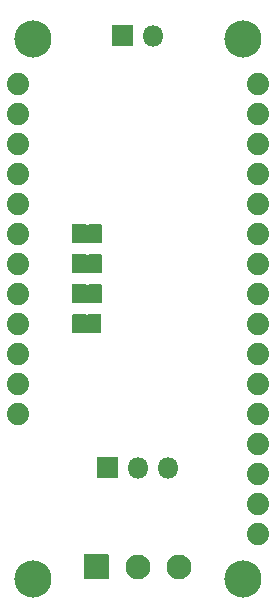
<source format=gbr>
G04 #@! TF.GenerationSoftware,KiCad,Pcbnew,5.1.7-a382d34a8~87~ubuntu18.04.1*
G04 #@! TF.CreationDate,2021-10-03T14:58:42-07:00*
G04 #@! TF.ProjectId,potentiostat_featherwing,706f7465-6e74-4696-9f73-7461745f6665,rev?*
G04 #@! TF.SameCoordinates,Original*
G04 #@! TF.FileFunction,Soldermask,Bot*
G04 #@! TF.FilePolarity,Negative*
%FSLAX46Y46*%
G04 Gerber Fmt 4.6, Leading zero omitted, Abs format (unit mm)*
G04 Created by KiCad (PCBNEW 5.1.7-a382d34a8~87~ubuntu18.04.1) date 2021-10-03 14:58:42*
%MOMM*%
%LPD*%
G01*
G04 APERTURE LIST*
%ADD10C,1.880000*%
%ADD11C,3.150000*%
%ADD12C,2.102000*%
%ADD13O,1.802000X1.802000*%
%ADD14C,0.100000*%
G04 APERTURE END LIST*
D10*
X60960000Y-31750000D03*
X60960000Y-34290000D03*
X60960000Y-36830000D03*
X60960000Y-39370000D03*
X60960000Y-41910000D03*
X60960000Y-44450000D03*
X60960000Y-46990000D03*
X60960000Y-49530000D03*
X60960000Y-52070000D03*
X60960000Y-54610000D03*
X60960000Y-57150000D03*
X60960000Y-59690000D03*
X60960000Y-62230000D03*
X60960000Y-64770000D03*
X60960000Y-67310000D03*
X60960000Y-69850000D03*
X40640000Y-59690000D03*
X40640000Y-57150000D03*
X40640000Y-54610000D03*
X40640000Y-52070000D03*
X40640000Y-49530000D03*
X40640000Y-46990000D03*
X40640000Y-44450000D03*
X40640000Y-41910000D03*
X40640000Y-39370000D03*
X40640000Y-36830000D03*
X40640000Y-34290000D03*
X40640000Y-31750000D03*
D11*
X41910000Y-73660000D03*
X59690000Y-73660000D03*
X59690000Y-27940000D03*
X41910000Y-27940000D03*
D12*
X50800000Y-72644000D03*
G36*
G01*
X46248880Y-73644000D02*
X46248880Y-71644000D01*
G75*
G02*
X46299880Y-71593000I51000J0D01*
G01*
X48299880Y-71593000D01*
G75*
G02*
X48350880Y-71644000I0J-51000D01*
G01*
X48350880Y-73644000D01*
G75*
G02*
X48299880Y-73695000I-51000J0D01*
G01*
X46299880Y-73695000D01*
G75*
G02*
X46248880Y-73644000I0J51000D01*
G01*
G37*
X54300120Y-72644000D03*
G36*
G01*
X49110000Y-65163000D02*
X47410000Y-65163000D01*
G75*
G02*
X47359000Y-65112000I0J51000D01*
G01*
X47359000Y-63412000D01*
G75*
G02*
X47410000Y-63361000I51000J0D01*
G01*
X49110000Y-63361000D01*
G75*
G02*
X49161000Y-63412000I0J-51000D01*
G01*
X49161000Y-65112000D01*
G75*
G02*
X49110000Y-65163000I-51000J0D01*
G01*
G37*
D13*
X50800000Y-64262000D03*
X53340000Y-64262000D03*
G36*
G01*
X50380000Y-28587000D02*
X48680000Y-28587000D01*
G75*
G02*
X48629000Y-28536000I0J51000D01*
G01*
X48629000Y-26836000D01*
G75*
G02*
X48680000Y-26785000I51000J0D01*
G01*
X50380000Y-26785000D01*
G75*
G02*
X50431000Y-26836000I0J-51000D01*
G01*
X50431000Y-28536000D01*
G75*
G02*
X50380000Y-28587000I-51000J0D01*
G01*
G37*
X52070000Y-27686000D03*
D14*
G36*
X46622050Y-52870020D02*
G01*
X46612483Y-52867118D01*
X46603666Y-52862405D01*
X46595938Y-52856062D01*
X46589595Y-52848334D01*
X46584882Y-52839517D01*
X46581980Y-52829950D01*
X46581000Y-52820000D01*
X46581000Y-52421000D01*
X46232000Y-52421000D01*
X46222050Y-52420020D01*
X46212483Y-52417118D01*
X46203666Y-52412405D01*
X46195938Y-52406062D01*
X46189595Y-52398334D01*
X46184882Y-52389517D01*
X46181980Y-52379950D01*
X46181000Y-52370000D01*
X46181000Y-51770000D01*
X46181980Y-51760050D01*
X46184882Y-51750483D01*
X46189595Y-51741666D01*
X46195938Y-51733938D01*
X46203666Y-51727595D01*
X46212483Y-51722882D01*
X46222050Y-51719980D01*
X46232000Y-51719000D01*
X46581000Y-51719000D01*
X46581000Y-51320000D01*
X46581980Y-51310050D01*
X46584882Y-51300483D01*
X46589595Y-51291666D01*
X46595938Y-51283938D01*
X46603666Y-51277595D01*
X46612483Y-51272882D01*
X46622050Y-51269980D01*
X46632000Y-51269000D01*
X47632000Y-51269000D01*
X47641950Y-51269980D01*
X47651517Y-51272882D01*
X47660334Y-51277595D01*
X47668062Y-51283938D01*
X47674405Y-51291666D01*
X47679118Y-51300483D01*
X47682020Y-51310050D01*
X47683000Y-51320000D01*
X47683000Y-52820000D01*
X47682020Y-52829950D01*
X47679118Y-52839517D01*
X47674405Y-52848334D01*
X47668062Y-52856062D01*
X47660334Y-52862405D01*
X47651517Y-52867118D01*
X47641950Y-52870020D01*
X47632000Y-52871000D01*
X46632000Y-52871000D01*
X46622050Y-52870020D01*
G37*
G36*
G01*
X46383000Y-51320000D02*
X46383000Y-52820000D01*
G75*
G02*
X46332000Y-52871000I-51000J0D01*
G01*
X45332000Y-52871000D01*
G75*
G02*
X45281000Y-52820000I0J51000D01*
G01*
X45281000Y-51320000D01*
G75*
G02*
X45332000Y-51269000I51000J0D01*
G01*
X46332000Y-51269000D01*
G75*
G02*
X46383000Y-51320000I0J-51000D01*
G01*
G37*
G36*
X46697050Y-50330020D02*
G01*
X46687483Y-50327118D01*
X46678666Y-50322405D01*
X46670938Y-50316062D01*
X46664565Y-50308290D01*
X46164565Y-49558290D01*
X46159862Y-49549468D01*
X46156970Y-49539897D01*
X46156000Y-49529947D01*
X46156990Y-49519998D01*
X46159903Y-49510434D01*
X46164565Y-49501710D01*
X46664565Y-48751710D01*
X46670900Y-48743975D01*
X46678622Y-48737625D01*
X46687434Y-48732903D01*
X46696998Y-48729990D01*
X46707000Y-48729000D01*
X47707000Y-48729000D01*
X47716950Y-48729980D01*
X47726517Y-48732882D01*
X47735334Y-48737595D01*
X47743062Y-48743938D01*
X47749405Y-48751666D01*
X47754118Y-48760483D01*
X47757020Y-48770050D01*
X47758000Y-48780000D01*
X47758000Y-50280000D01*
X47757020Y-50289950D01*
X47754118Y-50299517D01*
X47749405Y-50308334D01*
X47743062Y-50316062D01*
X47735334Y-50322405D01*
X47726517Y-50327118D01*
X47716950Y-50330020D01*
X47707000Y-50331000D01*
X46707000Y-50331000D01*
X46697050Y-50330020D01*
G37*
G36*
X45247050Y-50330020D02*
G01*
X45237483Y-50327118D01*
X45228666Y-50322405D01*
X45220938Y-50316062D01*
X45214595Y-50308334D01*
X45209882Y-50299517D01*
X45206980Y-50289950D01*
X45206000Y-50280000D01*
X45206000Y-48780000D01*
X45206980Y-48770050D01*
X45209882Y-48760483D01*
X45214595Y-48751666D01*
X45220938Y-48743938D01*
X45228666Y-48737595D01*
X45237483Y-48732882D01*
X45247050Y-48729980D01*
X45257000Y-48729000D01*
X46407000Y-48729000D01*
X46416950Y-48729980D01*
X46426517Y-48732882D01*
X46435334Y-48737595D01*
X46443062Y-48743938D01*
X46449405Y-48751666D01*
X46454118Y-48760483D01*
X46457020Y-48770050D01*
X46458000Y-48780000D01*
X46457020Y-48789950D01*
X46454118Y-48799517D01*
X46449435Y-48808290D01*
X45968295Y-49530000D01*
X46449435Y-50251710D01*
X46454138Y-50260532D01*
X46457030Y-50270103D01*
X46458000Y-50280053D01*
X46457010Y-50290002D01*
X46454097Y-50299566D01*
X46449375Y-50308378D01*
X46443025Y-50316100D01*
X46435290Y-50322435D01*
X46426468Y-50327138D01*
X46416897Y-50330030D01*
X46407000Y-50331000D01*
X45257000Y-50331000D01*
X45247050Y-50330020D01*
G37*
G36*
X45247050Y-47790020D02*
G01*
X45237483Y-47787118D01*
X45228666Y-47782405D01*
X45220938Y-47776062D01*
X45214595Y-47768334D01*
X45209882Y-47759517D01*
X45206980Y-47749950D01*
X45206000Y-47740000D01*
X45206000Y-46240000D01*
X45206980Y-46230050D01*
X45209882Y-46220483D01*
X45214595Y-46211666D01*
X45220938Y-46203938D01*
X45228666Y-46197595D01*
X45237483Y-46192882D01*
X45247050Y-46189980D01*
X45257000Y-46189000D01*
X46407000Y-46189000D01*
X46416950Y-46189980D01*
X46426517Y-46192882D01*
X46435334Y-46197595D01*
X46443062Y-46203938D01*
X46449405Y-46211666D01*
X46454118Y-46220483D01*
X46457020Y-46230050D01*
X46458000Y-46240000D01*
X46457020Y-46249950D01*
X46454118Y-46259517D01*
X46449435Y-46268290D01*
X45968295Y-46990000D01*
X46449435Y-47711710D01*
X46454138Y-47720532D01*
X46457030Y-47730103D01*
X46458000Y-47740053D01*
X46457010Y-47750002D01*
X46454097Y-47759566D01*
X46449375Y-47768378D01*
X46443025Y-47776100D01*
X46435290Y-47782435D01*
X46426468Y-47787138D01*
X46416897Y-47790030D01*
X46407000Y-47791000D01*
X45257000Y-47791000D01*
X45247050Y-47790020D01*
G37*
G36*
X46697050Y-47790020D02*
G01*
X46687483Y-47787118D01*
X46678666Y-47782405D01*
X46670938Y-47776062D01*
X46664565Y-47768290D01*
X46164565Y-47018290D01*
X46159862Y-47009468D01*
X46156970Y-46999897D01*
X46156000Y-46989947D01*
X46156990Y-46979998D01*
X46159903Y-46970434D01*
X46164565Y-46961710D01*
X46664565Y-46211710D01*
X46670900Y-46203975D01*
X46678622Y-46197625D01*
X46687434Y-46192903D01*
X46696998Y-46189990D01*
X46707000Y-46189000D01*
X47707000Y-46189000D01*
X47716950Y-46189980D01*
X47726517Y-46192882D01*
X47735334Y-46197595D01*
X47743062Y-46203938D01*
X47749405Y-46211666D01*
X47754118Y-46220483D01*
X47757020Y-46230050D01*
X47758000Y-46240000D01*
X47758000Y-47740000D01*
X47757020Y-47749950D01*
X47754118Y-47759517D01*
X47749405Y-47768334D01*
X47743062Y-47776062D01*
X47735334Y-47782405D01*
X47726517Y-47787118D01*
X47716950Y-47790020D01*
X47707000Y-47791000D01*
X46707000Y-47791000D01*
X46697050Y-47790020D01*
G37*
G36*
X45247050Y-45250020D02*
G01*
X45237483Y-45247118D01*
X45228666Y-45242405D01*
X45220938Y-45236062D01*
X45214595Y-45228334D01*
X45209882Y-45219517D01*
X45206980Y-45209950D01*
X45206000Y-45200000D01*
X45206000Y-43700000D01*
X45206980Y-43690050D01*
X45209882Y-43680483D01*
X45214595Y-43671666D01*
X45220938Y-43663938D01*
X45228666Y-43657595D01*
X45237483Y-43652882D01*
X45247050Y-43649980D01*
X45257000Y-43649000D01*
X46407000Y-43649000D01*
X46416950Y-43649980D01*
X46426517Y-43652882D01*
X46435334Y-43657595D01*
X46443062Y-43663938D01*
X46449405Y-43671666D01*
X46454118Y-43680483D01*
X46457020Y-43690050D01*
X46458000Y-43700000D01*
X46457020Y-43709950D01*
X46454118Y-43719517D01*
X46449435Y-43728290D01*
X45968295Y-44450000D01*
X46449435Y-45171710D01*
X46454138Y-45180532D01*
X46457030Y-45190103D01*
X46458000Y-45200053D01*
X46457010Y-45210002D01*
X46454097Y-45219566D01*
X46449375Y-45228378D01*
X46443025Y-45236100D01*
X46435290Y-45242435D01*
X46426468Y-45247138D01*
X46416897Y-45250030D01*
X46407000Y-45251000D01*
X45257000Y-45251000D01*
X45247050Y-45250020D01*
G37*
G36*
X46697050Y-45250020D02*
G01*
X46687483Y-45247118D01*
X46678666Y-45242405D01*
X46670938Y-45236062D01*
X46664565Y-45228290D01*
X46164565Y-44478290D01*
X46159862Y-44469468D01*
X46156970Y-44459897D01*
X46156000Y-44449947D01*
X46156990Y-44439998D01*
X46159903Y-44430434D01*
X46164565Y-44421710D01*
X46664565Y-43671710D01*
X46670900Y-43663975D01*
X46678622Y-43657625D01*
X46687434Y-43652903D01*
X46696998Y-43649990D01*
X46707000Y-43649000D01*
X47707000Y-43649000D01*
X47716950Y-43649980D01*
X47726517Y-43652882D01*
X47735334Y-43657595D01*
X47743062Y-43663938D01*
X47749405Y-43671666D01*
X47754118Y-43680483D01*
X47757020Y-43690050D01*
X47758000Y-43700000D01*
X47758000Y-45200000D01*
X47757020Y-45209950D01*
X47754118Y-45219517D01*
X47749405Y-45228334D01*
X47743062Y-45236062D01*
X47735334Y-45242405D01*
X47726517Y-45247118D01*
X47716950Y-45250020D01*
X47707000Y-45251000D01*
X46707000Y-45251000D01*
X46697050Y-45250020D01*
G37*
G36*
X46582732Y-52420000D02*
G01*
X46583000Y-52421000D01*
X46583000Y-52819906D01*
X46583950Y-52829555D01*
X46586739Y-52838748D01*
X46591266Y-52847218D01*
X46595526Y-52852407D01*
X46595852Y-52854380D01*
X46594306Y-52855649D01*
X46592711Y-52855222D01*
X46586106Y-52849801D01*
X46565979Y-52836353D01*
X46543705Y-52827126D01*
X46520055Y-52822421D01*
X46495949Y-52822421D01*
X46472298Y-52827125D01*
X46450024Y-52836350D01*
X46429977Y-52849745D01*
X46412929Y-52866791D01*
X46409374Y-52872111D01*
X46407711Y-52873000D01*
X46383000Y-52873000D01*
X46381268Y-52872000D01*
X46381000Y-52871000D01*
X46381000Y-52421000D01*
X46382000Y-52419268D01*
X46383000Y-52419000D01*
X46581000Y-52419000D01*
X46582732Y-52420000D01*
G37*
G36*
X46409200Y-51267731D02*
G01*
X46421032Y-51282149D01*
X46439669Y-51297444D01*
X46460933Y-51308809D01*
X46484008Y-51315809D01*
X46507999Y-51318172D01*
X46531990Y-51315809D01*
X46555065Y-51308809D01*
X46576377Y-51297418D01*
X46586058Y-51290238D01*
X46592711Y-51284778D01*
X46594685Y-51284452D01*
X46595953Y-51285998D01*
X46595526Y-51287593D01*
X46591266Y-51292782D01*
X46586739Y-51301252D01*
X46583950Y-51310445D01*
X46583000Y-51320094D01*
X46583000Y-51719000D01*
X46582000Y-51720732D01*
X46581000Y-51721000D01*
X46383000Y-51721000D01*
X46381268Y-51720000D01*
X46381000Y-51719000D01*
X46381000Y-51269000D01*
X46382000Y-51267268D01*
X46383000Y-51267000D01*
X46407654Y-51267000D01*
X46409200Y-51267731D01*
G37*
G36*
X46452406Y-48753120D02*
G01*
X46453875Y-48754909D01*
X46453992Y-48755067D01*
X46461526Y-48766343D01*
X46478574Y-48783389D01*
X46498621Y-48796784D01*
X46520895Y-48806010D01*
X46544545Y-48810714D01*
X46568651Y-48810714D01*
X46592302Y-48806009D01*
X46614575Y-48796783D01*
X46634623Y-48783388D01*
X46651702Y-48766307D01*
X46658993Y-48756467D01*
X46660828Y-48755671D01*
X46662435Y-48756862D01*
X46662264Y-48758767D01*
X46166286Y-49502734D01*
X46161759Y-49511206D01*
X46158960Y-49520392D01*
X46158010Y-49529946D01*
X46158942Y-49539507D01*
X46161720Y-49548702D01*
X46166286Y-49557267D01*
X46662259Y-50301226D01*
X46662388Y-50303221D01*
X46660724Y-50304331D01*
X46659048Y-50303602D01*
X46643649Y-50284798D01*
X46625027Y-50269483D01*
X46603773Y-50258093D01*
X46580710Y-50251070D01*
X46556722Y-50248683D01*
X46532718Y-50251021D01*
X46509646Y-50257994D01*
X46488365Y-50269341D01*
X46469753Y-50284582D01*
X46458421Y-50299829D01*
X46458104Y-50299966D01*
X46452377Y-50306929D01*
X46450504Y-50307632D01*
X46448959Y-50306362D01*
X46449069Y-50304714D01*
X46452242Y-50298793D01*
X46455040Y-50289608D01*
X46455990Y-50280053D01*
X46455058Y-50270493D01*
X46452280Y-50261298D01*
X46447714Y-50252733D01*
X45966631Y-49531109D01*
X45966631Y-49528891D01*
X46447717Y-48807263D01*
X46452260Y-48798751D01*
X46455050Y-48789555D01*
X46455991Y-48780000D01*
X46455050Y-48770445D01*
X46452261Y-48761252D01*
X46449096Y-48755332D01*
X46449162Y-48753333D01*
X46450925Y-48752390D01*
X46452406Y-48753120D01*
G37*
G36*
X46452406Y-46213120D02*
G01*
X46453875Y-46214909D01*
X46453992Y-46215067D01*
X46461526Y-46226343D01*
X46478574Y-46243389D01*
X46498621Y-46256784D01*
X46520895Y-46266010D01*
X46544545Y-46270714D01*
X46568651Y-46270714D01*
X46592302Y-46266009D01*
X46614575Y-46256783D01*
X46634623Y-46243388D01*
X46651702Y-46226307D01*
X46658993Y-46216467D01*
X46660828Y-46215671D01*
X46662435Y-46216862D01*
X46662264Y-46218767D01*
X46166286Y-46962734D01*
X46161759Y-46971206D01*
X46158960Y-46980392D01*
X46158010Y-46989946D01*
X46158942Y-46999507D01*
X46161720Y-47008702D01*
X46166286Y-47017267D01*
X46662259Y-47761226D01*
X46662388Y-47763221D01*
X46660724Y-47764331D01*
X46659048Y-47763602D01*
X46643649Y-47744798D01*
X46625027Y-47729483D01*
X46603773Y-47718093D01*
X46580710Y-47711070D01*
X46556722Y-47708683D01*
X46532718Y-47711021D01*
X46509646Y-47717994D01*
X46488365Y-47729341D01*
X46469753Y-47744582D01*
X46458421Y-47759829D01*
X46458104Y-47759966D01*
X46452377Y-47766929D01*
X46450504Y-47767632D01*
X46448959Y-47766362D01*
X46449069Y-47764714D01*
X46452242Y-47758793D01*
X46455040Y-47749608D01*
X46455990Y-47740053D01*
X46455058Y-47730493D01*
X46452280Y-47721298D01*
X46447714Y-47712733D01*
X45966631Y-46991109D01*
X45966631Y-46988891D01*
X46447717Y-46267263D01*
X46452260Y-46258751D01*
X46455050Y-46249555D01*
X46455991Y-46240000D01*
X46455050Y-46230445D01*
X46452261Y-46221252D01*
X46449096Y-46215332D01*
X46449162Y-46213333D01*
X46450925Y-46212390D01*
X46452406Y-46213120D01*
G37*
G36*
X46452406Y-43673120D02*
G01*
X46453875Y-43674909D01*
X46453992Y-43675067D01*
X46461526Y-43686343D01*
X46478574Y-43703389D01*
X46498621Y-43716784D01*
X46520895Y-43726010D01*
X46544545Y-43730714D01*
X46568651Y-43730714D01*
X46592302Y-43726009D01*
X46614575Y-43716783D01*
X46634623Y-43703388D01*
X46651702Y-43686307D01*
X46658993Y-43676467D01*
X46660828Y-43675671D01*
X46662435Y-43676862D01*
X46662264Y-43678767D01*
X46166286Y-44422734D01*
X46161759Y-44431206D01*
X46158960Y-44440392D01*
X46158010Y-44449946D01*
X46158942Y-44459507D01*
X46161720Y-44468702D01*
X46166286Y-44477267D01*
X46662259Y-45221226D01*
X46662388Y-45223221D01*
X46660724Y-45224331D01*
X46659048Y-45223602D01*
X46643649Y-45204798D01*
X46625027Y-45189483D01*
X46603773Y-45178093D01*
X46580710Y-45171070D01*
X46556722Y-45168683D01*
X46532718Y-45171021D01*
X46509646Y-45177994D01*
X46488365Y-45189341D01*
X46469753Y-45204582D01*
X46458421Y-45219829D01*
X46458104Y-45219966D01*
X46452377Y-45226929D01*
X46450504Y-45227632D01*
X46448959Y-45226362D01*
X46449069Y-45224714D01*
X46452242Y-45218793D01*
X46455040Y-45209608D01*
X46455990Y-45200053D01*
X46455058Y-45190493D01*
X46452280Y-45181298D01*
X46447714Y-45172733D01*
X45966631Y-44451109D01*
X45966631Y-44448891D01*
X46447717Y-43727263D01*
X46452260Y-43718751D01*
X46455050Y-43709555D01*
X46455991Y-43700000D01*
X46455050Y-43690445D01*
X46452261Y-43681252D01*
X46449096Y-43675332D01*
X46449162Y-43673333D01*
X46450925Y-43672390D01*
X46452406Y-43673120D01*
G37*
M02*

</source>
